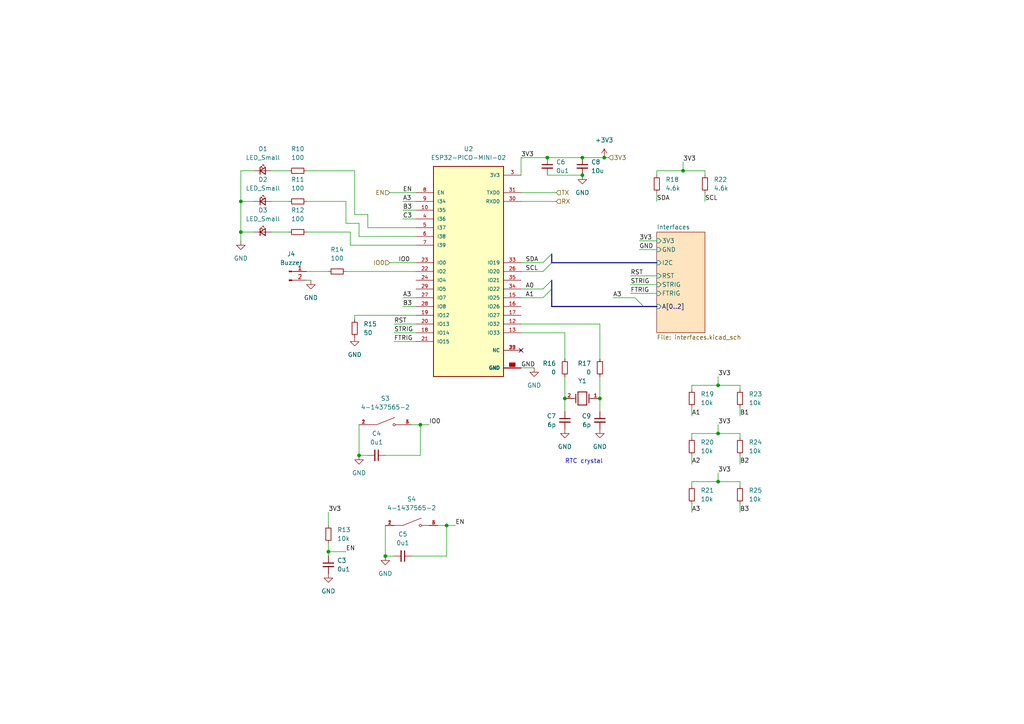
<source format=kicad_sch>
(kicad_sch (version 20211123) (generator eeschema)
  (paper "A4")
  (lib_symbols
    (symbol "4-1437565-2:4-1437565-2" (pin_names (offset 1.016))
      (property "Reference" "S" (at -2.54 2.54 0))
      (property "Value" "4-1437565-2" (at -2.54 -2.54 0))
      (symbol "4-1437565-2_0_0"
        (polyline (pts (xy -2.54 0) (xy -5.08 0)) (stroke (width 0.1524)))
        (polyline (pts (xy -2.54 0) (xy 2.794 2.1336)) (stroke (width 0.1524)))
        (polyline (pts (xy 5.08 0) (xy 2.921 0)) (stroke (width 0.1524)))
        (circle (center 2.54 0) (radius 0.3302) (stroke (width 0.1524)))
        (pin passive line (at -7.62 0 0) (length 2.54) (name "~") (number "1"))
        (pin passive line (at -7.62 0 0) (length 2.54) (name "~") (number "2"))
        (pin passive line (at 7.62 0 180) (length 2.54) (name "~") (number "3"))
        (pin passive line (at 7.62 0 180) (length 2.54) (name "~") (number "4"))
      )
    )
    (symbol "Connector:Conn_01x02_Male" (pin_names (offset 1.016) hide)
      (property "Reference" "J" (at 0 2.54 0))
      (property "Value" "Conn_01x02_Male" (at 0 -5.08 0))
      (symbol "Conn_01x02_Male_1_1"
        (polyline (pts (xy 1.27 -2.54) (xy 0.8636 -2.54)) (stroke (width 0.1524)))
        (polyline (pts (xy 1.27 0) (xy 0.8636 0)) (stroke (width 0.1524)))
        (rectangle (start 0.8636 -2.413) (end 0 -2.667) (stroke (width 0.1524)) (fill (type outline)))
        (rectangle (start 0.8636 0.127) (end 0 -0.127) (stroke (width 0.1524)) (fill (type outline)))
        (pin passive line (at 5.08 0 180) (length 3.81) (name "Pin_1") (number "1"))
        (pin passive line (at 5.08 -2.54 180) (length 3.81) (name "Pin_2") (number "2"))
      )
    )
    (symbol "Device:C_Small" (pin_numbers hide) (pin_names (offset 0.254) hide)
      (property "Reference" "C" (at 0.254 1.778 0))
      (property "Value" "C_Small" (at 0.254 -2.032 0))
      (symbol "C_Small_0_1"
        (polyline (pts (xy -1.524 -0.508) (xy 1.524 -0.508)) (stroke (width 0.3302)))
        (polyline (pts (xy -1.524 0.508) (xy 1.524 0.508)) (stroke (width 0.3048)))
      )
      (symbol "C_Small_1_1"
        (pin passive line (at 0 2.54 270) (length 2.032) (name "~") (number "1"))
        (pin passive line (at 0 -2.54 90) (length 2.032) (name "~") (number "2"))
      )
    )
    (symbol "Device:LED_Small" (pin_numbers hide) (pin_names (offset 0.254) hide)
      (property "Reference" "D" (at -1.27 3.175 0))
      (property "Value" "LED_Small" (at -4.445 -2.54 0))
      (symbol "LED_Small_0_1"
        (polyline (pts (xy -0.762 -1.016) (xy -0.762 1.016)) (stroke (width 0.254)))
        (polyline (pts (xy 1.016 0) (xy -0.762 0)))
        (polyline (pts (xy 0.762 -1.016) (xy -0.762 0) (xy 0.762 1.016) (xy 0.762 -1.016)) (stroke (width 0.254)))
        (polyline (pts (xy 0 0.762) (xy -0.508 1.27) (xy -0.254 1.27) (xy -0.508 1.27) (xy -0.508 1.016)))
        (polyline (pts (xy 0.508 1.27) (xy 0 1.778) (xy 0.254 1.778) (xy 0 1.778) (xy 0 1.524)))
      )
      (symbol "LED_Small_1_1"
        (pin passive line (at -2.54 0 0) (length 1.778) (name "K") (number "1"))
        (pin passive line (at 2.54 0 180) (length 1.778) (name "A") (number "2"))
      )
    )
    (symbol "Device:R_Small" (pin_numbers hide) (pin_names (offset 0.254) hide)
      (property "Reference" "R" (at 0.762 0.508 0))
      (property "Value" "R_Small" (at 0.762 -1.016 0))
      (symbol "R_Small_0_1"
        (rectangle (start -0.762 1.778) (end 0.762 -1.778) (stroke (width 0.2032)))
      )
      (symbol "R_Small_1_1"
        (pin passive line (at 0 2.54 270) (length 0.762) (name "~") (number "1"))
        (pin passive line (at 0 -2.54 90) (length 0.762) (name "~") (number "2"))
      )
    )
    (symbol "ESP32-PICO-MINI-02:ESP32-PICO-MINI-02" (pin_names (offset 1.016))
      (property "Reference" "U" (at -10.16 33.02 0))
      (property "Value" "ESP32-PICO-MINI-02" (at -10.16 -33.02 0))
      (symbol "ESP32-PICO-MINI-02_0_0"
        (rectangle (start -10.16 -30.48) (end 10.16 30.48) (stroke (width 0.254)) (fill (type background)))
        (pin power_in line (at 15.24 -27.94 180) (length 5.08) (name "GND") (number "1"))
        (pin input line (at -15.24 17.78 0) (length 5.08) (name "I35") (number "10"))
        (pin power_in line (at 15.24 -27.94 180) (length 5.08) (name "GND") (number "11"))
        (pin bidirectional line (at 15.24 -15.24 180) (length 5.08) (name "IO32") (number "12"))
        (pin bidirectional line (at 15.24 -17.78 180) (length 5.08) (name "IO33") (number "13"))
        (pin power_in line (at 15.24 -27.94 180) (length 5.08) (name "GND") (number "14"))
        (pin bidirectional line (at 15.24 -7.62 180) (length 5.08) (name "IO25") (number "15"))
        (pin bidirectional line (at 15.24 -10.16 180) (length 5.08) (name "IO26") (number "16"))
        (pin bidirectional line (at 15.24 -12.7 180) (length 5.08) (name "IO27") (number "17"))
        (pin bidirectional line (at -15.24 -17.78 0) (length 5.08) (name "IO14") (number "18"))
        (pin bidirectional line (at -15.24 -12.7 0) (length 5.08) (name "IO12") (number "19"))
        (pin power_in line (at 15.24 -27.94 180) (length 5.08) (name "GND") (number "2"))
        (pin bidirectional line (at -15.24 -15.24 0) (length 5.08) (name "IO13") (number "20"))
        (pin bidirectional line (at -15.24 -20.32 0) (length 5.08) (name "IO15") (number "21"))
        (pin bidirectional line (at -15.24 0 0) (length 5.08) (name "IO2") (number "22"))
        (pin bidirectional line (at -15.24 2.54 0) (length 5.08) (name "IO0") (number "23"))
        (pin bidirectional line (at -15.24 -2.54 0) (length 5.08) (name "IO4") (number "24"))
        (pin no_connect line (at 15.24 -22.86 180) (length 5.08) (name "NC") (number "25"))
        (pin bidirectional line (at 15.24 0 180) (length 5.08) (name "IO20") (number "26"))
        (pin bidirectional line (at -15.24 -7.62 0) (length 5.08) (name "IO7") (number "27"))
        (pin bidirectional line (at -15.24 -10.16 0) (length 5.08) (name "IO8") (number "28"))
        (pin bidirectional line (at -15.24 -5.08 0) (length 5.08) (name "IO5") (number "29"))
        (pin power_in line (at 15.24 27.94 180) (length 5.08) (name "3V3") (number "3"))
        (pin bidirectional line (at 15.24 20.32 180) (length 5.08) (name "RXD0") (number "30"))
        (pin bidirectional line (at 15.24 22.86 180) (length 5.08) (name "TXD0") (number "31"))
        (pin no_connect line (at 15.24 -22.86 180) (length 5.08) (name "NC") (number "32"))
        (pin bidirectional line (at 15.24 2.54 180) (length 5.08) (name "IO19") (number "33"))
        (pin bidirectional line (at 15.24 -5.08 180) (length 5.08) (name "IO22") (number "34"))
        (pin bidirectional line (at 15.24 -2.54 180) (length 5.08) (name "IO21") (number "35"))
        (pin power_in line (at 15.24 -27.94 180) (length 5.08) (name "GND") (number "36"))
        (pin power_in line (at 15.24 -27.94 180) (length 5.08) (name "GND") (number "37"))
        (pin power_in line (at 15.24 -27.94 180) (length 5.08) (name "GND") (number "38"))
        (pin power_in line (at 15.24 -27.94 180) (length 5.08) (name "GND") (number "39"))
        (pin input line (at -15.24 15.24 0) (length 5.08) (name "I36") (number "4"))
        (pin power_in line (at 15.24 -27.94 180) (length 5.08) (name "GND") (number "40"))
        (pin power_in line (at 15.24 -27.94 180) (length 5.08) (name "GND") (number "41"))
        (pin power_in line (at 15.24 -27.94 180) (length 5.08) (name "GND") (number "42"))
        (pin power_in line (at 15.24 -27.94 180) (length 5.08) (name "GND") (number "43"))
        (pin power_in line (at 15.24 -27.94 180) (length 5.08) (name "GND") (number "44"))
        (pin power_in line (at 15.24 -27.94 180) (length 5.08) (name "GND") (number "45"))
        (pin power_in line (at 15.24 -27.94 180) (length 5.08) (name "GND") (number "46"))
        (pin power_in line (at 15.24 -27.94 180) (length 5.08) (name "GND") (number "47"))
        (pin power_in line (at 15.24 -27.94 180) (length 5.08) (name "GND") (number "48"))
        (pin power_in line (at 15.24 -27.94 180) (length 5.08) (name "GND") (number "49"))
        (pin input line (at -15.24 12.7 0) (length 5.08) (name "I37") (number "5"))
        (pin power_in line (at 15.24 -27.94 180) (length 5.08) (name "GND") (number "50"))
        (pin power_in line (at 15.24 -27.94 180) (length 5.08) (name "GND") (number "51"))
        (pin power_in line (at 15.24 -27.94 180) (length 5.08) (name "GND") (number "52"))
        (pin power_in line (at 15.24 -27.94 180) (length 5.08) (name "GND") (number "53"))
        (pin power_in line (at 15.24 -27.94 180) (length 5.08) (name "GND") (number "54"))
        (pin power_in line (at 15.24 -27.94 180) (length 5.08) (name "GND") (number "55"))
        (pin power_in line (at 15.24 -27.94 180) (length 5.08) (name "GND") (number "56"))
        (pin power_in line (at 15.24 -27.94 180) (length 5.08) (name "GND") (number "57"))
        (pin power_in line (at 15.24 -27.94 180) (length 5.08) (name "GND") (number "58"))
        (pin power_in line (at 15.24 -27.94 180) (length 5.08) (name "GND") (number "59"))
        (pin input line (at -15.24 10.16 0) (length 5.08) (name "I38") (number "6"))
        (pin power_in line (at 15.24 -27.94 180) (length 5.08) (name "GND") (number "60"))
        (pin power_in line (at 15.24 -27.94 180) (length 5.08) (name "GND") (number "61"))
        (pin input line (at -15.24 7.62 0) (length 5.08) (name "I39") (number "7"))
        (pin input line (at -15.24 22.86 0) (length 5.08) (name "EN") (number "8"))
        (pin input line (at -15.24 20.32 0) (length 5.08) (name "I34") (number "9"))
      )
    )
    (symbol "NX3215SA-32.768K-STD-MUA-14:NX3215SA-32.768K-STD-MUA-14" (pin_names (offset 1.016))
      (property "Reference" "Y" (at -2.54 2.54 0))
      (property "Value" "NX3215SA-32.768K-STD-MUA-14" (at -2.54 -4.445 0))
      (symbol "NX3215SA-32.768K-STD-MUA-14_0_0"
        (polyline (pts (xy -2.54 0) (xy -1.905 0)) (stroke (width 0.1524)))
        (polyline (pts (xy -1.905 0) (xy -1.905 -1.27)) (stroke (width 0.254)))
        (polyline (pts (xy -1.905 1.27) (xy -1.905 0)) (stroke (width 0.254)))
        (polyline (pts (xy -1.27 -1.905) (xy -1.27 1.905)) (stroke (width 0.254)))
        (polyline (pts (xy -1.27 1.905) (xy 1.27 1.905)) (stroke (width 0.254)))
        (polyline (pts (xy 1.27 -1.905) (xy -1.27 -1.905)) (stroke (width 0.254)))
        (polyline (pts (xy 1.27 1.905) (xy 1.27 -1.905)) (stroke (width 0.254)))
        (polyline (pts (xy 1.905 0) (xy 1.905 -1.27)) (stroke (width 0.254)))
        (polyline (pts (xy 1.905 1.27) (xy 1.905 0)) (stroke (width 0.254)))
        (polyline (pts (xy 2.54 0) (xy 1.905 0)) (stroke (width 0.1524)))
        (pin passive line (at -5.08 0 0) (length 2.54) (name "~") (number "1"))
        (pin passive line (at 5.08 0 180) (length 2.54) (name "~") (number "2"))
      )
    )
    (symbol "power:+3V3" (power) (pin_names (offset 0))
      (property "Value" "+3V3" (at 0 3.556 0))
      (symbol "+3V3_0_1"
        (polyline (pts (xy -0.762 1.27) (xy 0 2.54)))
        (polyline (pts (xy 0 0) (xy 0 2.54)))
        (polyline (pts (xy 0 2.54) (xy 0.762 1.27)))
      )
      (symbol "+3V3_1_1"
        (pin power_in line (at 0 0 90) (length 0) hide (name "+3V3") (number "1"))
      )
    )
    (symbol "power:GND" (power) (pin_names (offset 0))
      (property "Value" "GND" (at 0 -3.81 0))
      (symbol "GND_0_1"
        (polyline (pts (xy 0 0) (xy 0 -1.27) (xy 1.27 -1.27) (xy 0 -2.54) (xy -1.27 -1.27) (xy 0 -1.27)))
      )
      (symbol "GND_1_1"
        (pin power_in line (at 0 0 270) (length 0) hide (name "GND") (number "1"))
      )
    )
  )
  (junction (at 104.14 132.08))
  (junction (at 95.25 160.02))
  (junction (at 208.28 125.73))
  (junction (at 168.91 50.8))
  (junction (at 121.92 123.19))
  (junction (at 173.99 115.57))
  (junction (at 208.28 111.76))
  (junction (at 168.91 45.72))
  (junction (at 208.28 139.7))
  (junction (at 163.83 115.57))
  (junction (at 158.75 45.72))
  (junction (at 198.12 49.53))
  (junction (at 175.26 45.72))
  (junction (at 129.54 152.4))
  (junction (at 69.85 67.31))
  (junction (at 111.76 161.29))
  (junction (at 69.85 58.42))
  (no_connect (at 151.13 101.6))
  (bus_entry (at 186.69 88.9) (size -2.54 -2.54))
  (bus_entry (at 157.48 86.36) (size 2.54 -2.54))
  (bus_entry (at 157.48 83.82) (size 2.54 -2.54))
  (bus_entry (at 157.48 78.74) (size 2.54 -2.54))
  (bus_entry (at 157.48 76.2) (size 2.54 -2.54))
  (wire (pts (xy 200.66 111.76) (xy 200.66 113.03)))
  (wire (pts (xy 190.5 49.53) (xy 190.5 50.8)))
  (wire (pts (xy 95.25 148.59) (xy 95.25 152.4)))
  (wire (pts (xy 95.25 160.02) (xy 100.33 160.02)))
  (wire (pts (xy 151.13 55.88) (xy 161.29 55.88)))
  (wire (pts (xy 200.66 125.73) (xy 200.66 127)))
  (wire (pts (xy 182.88 80.01) (xy 190.5 80.01)))
  (wire (pts (xy 208.28 125.73) (xy 214.63 125.73)))
  (wire (pts (xy 88.9 58.42) (xy 100.33 58.42)))
  (wire (pts (xy 208.28 139.7) (xy 208.28 137.16)))
  (wire (pts (xy 177.8 86.36) (xy 184.15 86.36)))
  (wire (pts (xy 176.53 45.72) (xy 175.26 45.72)))
  (wire (pts (xy 101.6 67.31) (xy 101.6 71.12)))
  (wire (pts (xy 151.13 58.42) (xy 161.29 58.42)))
  (bus (pts (xy 160.02 88.9) (xy 186.69 88.9)))
  (wire (pts (xy 190.5 49.53) (xy 198.12 49.53)))
  (wire (pts (xy 69.85 58.42) (xy 73.66 58.42)))
  (wire (pts (xy 163.83 109.22) (xy 163.83 115.57)))
  (wire (pts (xy 163.83 96.52) (xy 151.13 96.52)))
  (wire (pts (xy 200.66 139.7) (xy 208.28 139.7)))
  (wire (pts (xy 101.6 71.12) (xy 120.65 71.12)))
  (wire (pts (xy 163.83 104.14) (xy 163.83 96.52)))
  (wire (pts (xy 163.83 115.57) (xy 163.83 119.38)))
  (wire (pts (xy 200.66 132.08) (xy 200.66 134.62)))
  (wire (pts (xy 114.3 161.29) (xy 111.76 161.29)))
  (wire (pts (xy 214.63 139.7) (xy 214.63 140.97)))
  (wire (pts (xy 121.92 132.08) (xy 121.92 123.19)))
  (bus (pts (xy 160.02 81.28) (xy 160.02 83.82)))
  (wire (pts (xy 198.12 49.53) (xy 198.12 46.99)))
  (wire (pts (xy 185.42 72.39) (xy 190.5 72.39)))
  (wire (pts (xy 116.84 88.9) (xy 120.65 88.9)))
  (wire (pts (xy 88.9 81.28) (xy 90.17 81.28)))
  (wire (pts (xy 104.14 68.58) (xy 120.65 68.58)))
  (wire (pts (xy 121.92 123.19) (xy 124.46 123.19)))
  (wire (pts (xy 208.28 125.73) (xy 208.28 123.19)))
  (wire (pts (xy 208.28 111.76) (xy 214.63 111.76)))
  (wire (pts (xy 151.13 45.72) (xy 151.13 50.8)))
  (wire (pts (xy 208.28 111.76) (xy 208.28 109.22)))
  (wire (pts (xy 119.38 161.29) (xy 129.54 161.29)))
  (wire (pts (xy 158.75 45.72) (xy 151.13 45.72)))
  (wire (pts (xy 111.76 132.08) (xy 121.92 132.08)))
  (wire (pts (xy 95.25 157.48) (xy 95.25 160.02)))
  (wire (pts (xy 129.54 161.29) (xy 129.54 152.4)))
  (wire (pts (xy 106.68 62.23) (xy 106.68 66.04)))
  (wire (pts (xy 88.9 78.74) (xy 95.25 78.74)))
  (wire (pts (xy 158.75 50.8) (xy 168.91 50.8)))
  (wire (pts (xy 88.9 49.53) (xy 102.87 49.53)))
  (wire (pts (xy 173.99 109.22) (xy 173.99 115.57)))
  (wire (pts (xy 185.42 69.85) (xy 190.5 69.85)))
  (wire (pts (xy 214.63 118.11) (xy 214.63 120.65)))
  (wire (pts (xy 182.88 85.09) (xy 190.5 85.09)))
  (wire (pts (xy 127 152.4) (xy 129.54 152.4)))
  (wire (pts (xy 100.33 58.42) (xy 100.33 64.77)))
  (bus (pts (xy 160.02 73.66) (xy 160.02 76.2)))
  (wire (pts (xy 151.13 86.36) (xy 157.48 86.36)))
  (wire (pts (xy 168.91 45.72) (xy 158.75 45.72)))
  (wire (pts (xy 88.9 67.31) (xy 101.6 67.31)))
  (wire (pts (xy 69.85 67.31) (xy 69.85 58.42)))
  (wire (pts (xy 78.74 49.53) (xy 83.82 49.53)))
  (wire (pts (xy 200.66 146.05) (xy 200.66 148.59)))
  (bus (pts (xy 160.02 76.2) (xy 190.5 76.2)))
  (wire (pts (xy 204.47 55.88) (xy 204.47 58.42)))
  (wire (pts (xy 104.14 64.77) (xy 104.14 68.58)))
  (wire (pts (xy 102.87 49.53) (xy 102.87 62.23)))
  (wire (pts (xy 116.84 86.36) (xy 120.65 86.36)))
  (wire (pts (xy 100.33 78.74) (xy 120.65 78.74)))
  (wire (pts (xy 151.13 76.2) (xy 157.48 76.2)))
  (wire (pts (xy 175.26 45.72) (xy 168.91 45.72)))
  (wire (pts (xy 200.66 125.73) (xy 208.28 125.73)))
  (wire (pts (xy 95.25 160.02) (xy 95.25 161.29)))
  (wire (pts (xy 198.12 49.53) (xy 204.47 49.53)))
  (wire (pts (xy 100.33 64.77) (xy 104.14 64.77)))
  (wire (pts (xy 111.76 161.29) (xy 111.76 152.4)))
  (wire (pts (xy 78.74 58.42) (xy 83.82 58.42)))
  (wire (pts (xy 69.85 58.42) (xy 69.85 49.53)))
  (wire (pts (xy 104.14 132.08) (xy 104.14 123.19)))
  (wire (pts (xy 129.54 152.4) (xy 132.08 152.4)))
  (wire (pts (xy 204.47 49.53) (xy 204.47 50.8)))
  (bus (pts (xy 160.02 83.82) (xy 160.02 88.9)))
  (wire (pts (xy 116.84 63.5) (xy 120.65 63.5)))
  (wire (pts (xy 102.87 91.44) (xy 120.65 91.44)))
  (wire (pts (xy 102.87 92.71) (xy 102.87 91.44)))
  (wire (pts (xy 200.66 139.7) (xy 200.66 140.97)))
  (wire (pts (xy 113.03 55.88) (xy 120.65 55.88)))
  (wire (pts (xy 208.28 139.7) (xy 214.63 139.7)))
  (wire (pts (xy 173.99 115.57) (xy 173.99 119.38)))
  (wire (pts (xy 113.03 76.2) (xy 120.65 76.2)))
  (wire (pts (xy 102.87 62.23) (xy 106.68 62.23)))
  (bus (pts (xy 186.69 88.9) (xy 190.5 88.9)))
  (wire (pts (xy 114.3 93.98) (xy 120.65 93.98)))
  (wire (pts (xy 106.68 132.08) (xy 104.14 132.08)))
  (wire (pts (xy 69.85 49.53) (xy 73.66 49.53)))
  (wire (pts (xy 69.85 69.85) (xy 69.85 67.31)))
  (wire (pts (xy 214.63 146.05) (xy 214.63 148.59)))
  (wire (pts (xy 116.84 60.96) (xy 120.65 60.96)))
  (wire (pts (xy 214.63 132.08) (xy 214.63 134.62)))
  (wire (pts (xy 116.84 58.42) (xy 120.65 58.42)))
  (wire (pts (xy 119.38 123.19) (xy 121.92 123.19)))
  (wire (pts (xy 151.13 106.68) (xy 154.94 106.68)))
  (wire (pts (xy 200.66 111.76) (xy 208.28 111.76)))
  (wire (pts (xy 151.13 78.74) (xy 157.48 78.74)))
  (wire (pts (xy 200.66 118.11) (xy 200.66 120.65)))
  (wire (pts (xy 114.3 96.52) (xy 120.65 96.52)))
  (wire (pts (xy 114.3 99.06) (xy 120.65 99.06)))
  (wire (pts (xy 214.63 111.76) (xy 214.63 113.03)))
  (wire (pts (xy 182.88 82.55) (xy 190.5 82.55)))
  (wire (pts (xy 69.85 67.31) (xy 73.66 67.31)))
  (wire (pts (xy 78.74 67.31) (xy 83.82 67.31)))
  (wire (pts (xy 106.68 66.04) (xy 120.65 66.04)))
  (wire (pts (xy 173.99 93.98) (xy 151.13 93.98)))
  (wire (pts (xy 173.99 104.14) (xy 173.99 93.98)))
  (wire (pts (xy 214.63 125.73) (xy 214.63 127)))
  (wire (pts (xy 151.13 83.82) (xy 157.48 83.82)))
  (wire (pts (xy 190.5 55.88) (xy 190.5 58.42)))
  (text "RTC crystal" (at 163.83 134.62 0) (effects (font (size 1.27 1.27)) (justify left bottom)))
  (label "B3" (at 214.63 148.59 0))
  (label "B3" (at 116.84 88.9 0))
  (label "IO0" (at 124.46 123.19 0))
  (label "3V3" (at 208.28 123.19 0))
  (label "A0" (at 152.4 83.82 0))
  (label "STRIG" (at 114.3 96.52 0))
  (label "IO0" (at 115.57 76.2 0))
  (label "3V3" (at 95.25 148.59 0))
  (label "SCL" (at 204.47 58.42 0))
  (label "3V3" (at 208.28 137.16 0))
  (label "EN" (at 132.08 152.4 0))
  (label "B2" (at 214.63 134.62 0))
  (label "EN" (at 116.84 55.88 0))
  (label "3V3" (at 208.28 109.22 0))
  (label "RST" (at 114.3 93.98 0))
  (label "SDA" (at 152.4 76.2 0))
  (label "A1" (at 200.66 120.65 0))
  (label "A3" (at 200.66 148.59 0))
  (label "SDA" (at 190.5 58.42 0))
  (label "FTRIG" (at 114.3 99.06 0))
  (label "3V3" (at 185.42 69.85 0))
  (label "C3" (at 116.84 63.5 0))
  (label "RST" (at 182.88 80.01 0))
  (label "A3" (at 116.84 86.36 0))
  (label "A3" (at 177.8 86.36 0))
  (label "STRIG" (at 182.88 82.55 0))
  (label "A1" (at 152.4 86.36 0))
  (label "GND" (at 185.42 72.39 0))
  (label "SCL" (at 152.4 78.74 0))
  (label "FTRIG" (at 182.88 85.09 0))
  (label "B1" (at 214.63 120.65 0))
  (label "3V3" (at 151.13 45.72 0))
  (label "3V3" (at 198.12 46.99 0))
  (label "A3" (at 116.84 58.42 0))
  (label "B3" (at 116.84 60.96 0))
  (label "A2" (at 200.66 134.62 0))
  (label "GND" (at 151.13 106.68 0))
  (label "EN" (at 100.33 160.02 0))
  (hierarchical_label "EN" (shape input) (at 113.03 55.88 180))
  (hierarchical_label "IO0" (shape input) (at 113.03 76.2 180))
  (hierarchical_label "TX" (shape input) (at 161.29 55.88 0))
  (hierarchical_label "3V3" (shape input) (at 176.53 45.72 0))
  (hierarchical_label "RX" (shape input) (at 161.29 58.42 0))
  (symbol (lib_id "Device:C_Small") (at 116.84 161.29 270) (unit 1)
    (property "Reference" "C5" (at 116.8336 154.94 90))
    (property "Value" "0u1" (at 116.8336 157.48 90))
    (property "Footprint" "Capacitor_SMD:C_0603_1608Metric_Pad1.08x0.95mm_HandSolder" (effects hide))
  )
  (symbol (lib_id "power:+3V3") (at 175.26 45.72 0) (unit 1)
    (property "Reference" "#PWR0126" (effects hide))
    (property "Value" "+3V3" (at 175.26 40.64 0))
  )
  (symbol (lib_id "Device:R_Small") (at 200.66 143.51 0) (unit 1)
    (property "Reference" "R21" (at 203.2 142.2399 0) (effects (justify left)))
    (property "Value" "10k" (at 203.2 144.7799 0) (effects (justify left)))
    (property "Footprint" "Resistor_SMD:R_0603_1608Metric_Pad0.98x0.95mm_HandSolder" (effects hide))
  )
  (symbol (lib_id "Device:C_Small") (at 163.83 121.92 0) (mirror y) (unit 1)
    (property "Reference" "C7" (at 161.29 120.6562 0) (effects (justify left)))
    (property "Value" "6p" (at 161.29 123.1962 0) (effects (justify left)))
    (property "Footprint" "Capacitor_SMD:C_0603_1608Metric_Pad1.08x0.95mm_HandSolder" (effects hide))
  )
  (symbol (lib_id "power:GND") (at 90.17 81.28 0) (unit 1)
    (property "Reference" "#PWR0111" (effects hide))
    (property "Value" "GND" (at 90.17 86.36 0))
  )
  (symbol (lib_id "Device:R_Small") (at 204.47 53.34 0) (unit 1)
    (property "Reference" "R22" (at 207.01 52.0699 0) (effects (justify left)))
    (property "Value" "4.6k" (at 207.01 54.6099 0) (effects (justify left)))
    (property "Footprint" "Resistor_SMD:R_0603_1608Metric_Pad0.98x0.95mm_HandSolder" (effects hide))
  )
  (symbol (lib_id "Device:C_Small") (at 158.75 48.26 0) (unit 1)
    (property "Reference" "C6" (at 161.29 46.9962 0) (effects (justify left)))
    (property "Value" "0u1" (at 161.29 49.5362 0) (effects (justify left)))
    (property "Footprint" "Capacitor_SMD:C_0603_1608Metric_Pad1.08x0.95mm_HandSolder" (effects hide))
  )
  (symbol (lib_id "Device:R_Small") (at 214.63 143.51 0) (unit 1)
    (property "Reference" "R25" (at 217.17 142.2399 0) (effects (justify left)))
    (property "Value" "10k" (at 217.17 144.7799 0) (effects (justify left)))
    (property "Footprint" "Resistor_SMD:R_0603_1608Metric_Pad0.98x0.95mm_HandSolder" (effects hide))
  )
  (symbol (lib_id "Device:LED_Small") (at 76.2 58.42 0) (unit 1)
    (property "Reference" "D2" (at 76.2635 52.07 0))
    (property "Value" "LED_Small" (at 76.2635 54.61 0))
    (property "Footprint" "LED_SMD:LED_0603_1608Metric_Pad1.05x0.95mm_HandSolder" (effects hide))
  )
  (symbol (lib_id "power:GND") (at 173.99 124.46 0) (mirror y) (unit 1)
    (property "Reference" "#PWR0115" (effects hide))
    (property "Value" "GND" (at 173.99 129.54 0))
  )
  (symbol (lib_id "Device:C_Small") (at 173.99 121.92 0) (mirror y) (unit 1)
    (property "Reference" "C9" (at 171.45 120.6562 0) (effects (justify left)))
    (property "Value" "6p" (at 171.45 123.1962 0) (effects (justify left)))
    (property "Footprint" "Capacitor_SMD:C_0603_1608Metric_Pad1.08x0.95mm_HandSolder" (effects hide))
  )
  (symbol (lib_id "power:GND") (at 111.76 161.29 0) (unit 1)
    (property "Reference" "#PWR0108" (effects hide))
    (property "Value" "GND" (at 111.76 166.37 0))
  )
  (symbol (lib_id "Device:LED_Small") (at 76.2 67.31 0) (unit 1)
    (property "Reference" "D3" (at 76.2635 60.96 0))
    (property "Value" "LED_Small" (at 76.2635 63.5 0))
    (property "Footprint" "LED_SMD:LED_0603_1608Metric_Pad1.05x0.95mm_HandSolder" (effects hide))
  )
  (symbol (lib_id "Device:R_Small") (at 102.87 95.25 0) (unit 1)
    (property "Reference" "R15" (at 105.41 93.9799 0) (effects (justify left)))
    (property "Value" "50" (at 105.41 96.5199 0) (effects (justify left)))
    (property "Footprint" "Resistor_SMD:R_0603_1608Metric_Pad0.98x0.95mm_HandSolder" (effects hide))
  )
  (symbol (lib_id "Device:R_Small") (at 97.79 78.74 90) (unit 1)
    (property "Reference" "R14" (at 97.79 72.39 90))
    (property "Value" "100" (at 97.79 74.93 90))
    (property "Footprint" "Resistor_SMD:R_0603_1608Metric_Pad0.98x0.95mm_HandSolder" (effects hide))
  )
  (symbol (lib_id "Device:R_Small") (at 200.66 115.57 0) (unit 1)
    (property "Reference" "R19" (at 203.2 114.2999 0) (effects (justify left)))
    (property "Value" "10k" (at 203.2 116.8399 0) (effects (justify left)))
    (property "Footprint" "Resistor_SMD:R_0603_1608Metric_Pad0.98x0.95mm_HandSolder" (effects hide))
  )
  (symbol (lib_id "4-1437565-2:4-1437565-2") (at 111.76 123.19 0) (unit 1)
    (property "Reference" "S3" (at 111.76 115.57 0))
    (property "Value" "4-1437565-2" (at 111.76 118.11 0))
    (property "Footprint" "footprint:SW_4-1437565-2" (effects hide))
    (property "EU_RoHS_Compliance" "Compliant" (effects hide))
    (property "Comment" "4-1437565-2" (effects hide))
  )
  (symbol (lib_id "power:GND") (at 95.25 166.37 0) (unit 1)
    (property "Reference" "#PWR0109" (effects hide))
    (property "Value" "GND" (at 95.25 171.45 0))
  )
  (symbol (lib_id "ESP32-PICO-MINI-02:ESP32-PICO-MINI-02") (at 135.89 78.74 0) (unit 1)
    (property "Reference" "U2" (at 135.89 43.18 0))
    (property "Value" "ESP32-PICO-MINI-02" (at 135.89 45.72 0))
    (property "Footprint" "footprint:MODULE_ESP32-PICO-MINI-02" (effects hide))
    (property "MAXIMUM_PACKAGE_HEIGHT" "2.55mm" (effects hide))
    (property "MANUFACTURER" "Espressif" (effects hide))
    (property "PARTREV" "v1.0" (effects hide))
    (property "STANDARD" "Manufacturer Recommendations" (effects hide))
  )
  (symbol (lib_id "Device:C_Small") (at 95.25 163.83 0) (unit 1)
    (property "Reference" "C3" (at 97.79 162.5662 0) (effects (justify left)))
    (property "Value" "0u1" (at 97.79 165.1062 0) (effects (justify left)))
    (property "Footprint" "Capacitor_SMD:C_0603_1608Metric_Pad1.08x0.95mm_HandSolder" (effects hide))
  )
  (symbol (lib_id "power:GND") (at 69.85 69.85 0) (unit 1)
    (property "Reference" "#PWR0112" (effects hide))
    (property "Value" "GND" (at 69.85 74.93 0))
  )
  (symbol (lib_id "Device:LED_Small") (at 76.2 49.53 0) (unit 1)
    (property "Reference" "D1" (at 76.2635 43.18 0))
    (property "Value" "LED_Small" (at 76.2635 45.72 0))
    (property "Footprint" "LED_SMD:LED_0603_1608Metric_Pad1.05x0.95mm_HandSolder" (effects hide))
  )
  (symbol (lib_id "power:GND") (at 163.83 124.46 0) (mirror y) (unit 1)
    (property "Reference" "#PWR0116" (effects hide))
    (property "Value" "GND" (at 163.83 129.54 0))
  )
  (symbol (lib_id "Device:R_Small") (at 86.36 67.31 90) (unit 1)
    (property "Reference" "R12" (at 86.36 60.96 90))
    (property "Value" "100" (at 86.36 63.5 90))
    (property "Footprint" "Resistor_SMD:R_0603_1608Metric_Pad0.98x0.95mm_HandSolder" (effects hide))
  )
  (symbol (lib_id "Device:R_Small") (at 86.36 58.42 90) (unit 1)
    (property "Reference" "R11" (at 86.36 52.07 90))
    (property "Value" "100" (at 86.36 54.61 90))
    (property "Footprint" "Resistor_SMD:R_0603_1608Metric_Pad0.98x0.95mm_HandSolder" (effects hide))
  )
  (symbol (lib_id "Device:C_Small") (at 109.22 132.08 270) (unit 1)
    (property "Reference" "C4" (at 109.2136 125.73 90))
    (property "Value" "0u1" (at 109.2136 128.27 90))
    (property "Footprint" "Capacitor_SMD:C_0603_1608Metric_Pad1.08x0.95mm_HandSolder" (effects hide))
  )
  (symbol (lib_id "Device:R_Small") (at 214.63 115.57 0) (unit 1)
    (property "Reference" "R23" (at 217.17 114.2999 0) (effects (justify left)))
    (property "Value" "10k" (at 217.17 116.8399 0) (effects (justify left)))
    (property "Footprint" "Resistor_SMD:R_0603_1608Metric_Pad0.98x0.95mm_HandSolder" (effects hide))
  )
  (symbol (lib_id "Device:C_Small") (at 168.91 48.26 0) (unit 1)
    (property "Reference" "C8" (at 171.45 46.9962 0) (effects (justify left)))
    (property "Value" "10u" (at 171.45 49.5362 0) (effects (justify left)))
    (property "Footprint" "Capacitor_SMD:C_0805_2012Metric_Pad1.18x1.45mm_HandSolder" (effects hide))
  )
  (symbol (lib_id "NX3215SA-32.768K-STD-MUA-14:NX3215SA-32.768K-STD-MUA-14") (at 168.91 115.57 0) (mirror y) (unit 1)
    (property "Reference" "Y1" (at 168.91 110.49 0))
    (property "Value" "NX3215SA-32.768K-STD-MUA-14" (effects hide))
    (property "Footprint" "footprint:XTAL_NX3215SA-32.768K-STD-MUA-14" (effects hide))
    (property "STANDARD" "Manufacturer recommendations" (effects hide))
    (property "DESCRIPTION" "32.768kHz ±20ppm Crystal 6pF 70 kOhms 2-SMD, No Lead" (effects hide))
    (property "MP" "NX3215SA-32.768K-STD-MUA-14" (effects hide))
    (property "MANUFACTURER" "NIHON DEMPA KOGYO" (effects hide))
    (property "PARTREV" "--" (effects hide))
  )
  (symbol (lib_id "power:GND") (at 104.14 132.08 0) (unit 1)
    (property "Reference" "#PWR0107" (effects hide))
    (property "Value" "GND" (at 104.14 137.16 0))
  )
  (symbol (lib_id "Device:R_Small") (at 95.25 154.94 0) (unit 1)
    (property "Reference" "R13" (at 97.79 153.6699 0) (effects (justify left)))
    (property "Value" "10k" (at 97.79 156.2099 0) (effects (justify left)))
    (property "Footprint" "Resistor_SMD:R_0603_1608Metric_Pad0.98x0.95mm_HandSolder" (effects hide))
  )
  (symbol (lib_id "Device:R_Small") (at 173.99 106.68 0) (mirror y) (unit 1)
    (property "Reference" "R17" (at 171.45 105.4099 0) (effects (justify left)))
    (property "Value" "0" (at 171.45 107.9499 0) (effects (justify left)))
    (property "Footprint" "Resistor_SMD:R_0603_1608Metric_Pad0.98x0.95mm_HandSolder" (effects hide))
  )
  (symbol (lib_id "Connector:Conn_01x02_Male") (at 83.82 78.74 0) (unit 1)
    (property "Reference" "J4" (at 84.455 73.66 0))
    (property "Value" "Buzzer" (at 84.455 76.2 0))
    (property "Footprint" "Connector_PinSocket_2.54mm:PinSocket_1x02_P2.54mm_Vertical" (effects hide))
  )
  (symbol (lib_id "Device:R_Small") (at 200.66 129.54 0) (unit 1)
    (property "Reference" "R20" (at 203.2 128.2699 0) (effects (justify left)))
    (property "Value" "10k" (at 203.2 130.8099 0) (effects (justify left)))
    (property "Footprint" "Resistor_SMD:R_0603_1608Metric_Pad0.98x0.95mm_HandSolder" (effects hide))
  )
  (symbol (lib_id "Device:R_Small") (at 86.36 49.53 90) (unit 1)
    (property "Reference" "R10" (at 86.36 43.18 90))
    (property "Value" "100" (at 86.36 45.72 90))
    (property "Footprint" "Resistor_SMD:R_0603_1608Metric_Pad0.98x0.95mm_HandSolder" (effects hide))
  )
  (symbol (lib_id "Device:R_Small") (at 214.63 129.54 0) (unit 1)
    (property "Reference" "R24" (at 217.17 128.2699 0) (effects (justify left)))
    (property "Value" "10k" (at 217.17 130.8099 0) (effects (justify left)))
    (property "Footprint" "Resistor_SMD:R_0603_1608Metric_Pad0.98x0.95mm_HandSolder" (effects hide))
  )
  (symbol (lib_id "power:GND") (at 168.91 50.8 0) (unit 1)
    (property "Reference" "#PWR0113" (effects hide))
    (property "Value" "GND" (at 168.91 55.88 0))
  )
  (symbol (lib_id "power:GND") (at 102.87 97.79 0) (unit 1)
    (property "Reference" "#PWR0110" (effects hide))
    (property "Value" "GND" (at 102.87 102.87 0))
  )
  (symbol (lib_id "power:GND") (at 154.94 106.68 0) (unit 1)
    (property "Reference" "#PWR0114" (effects hide))
    (property "Value" "GND" (at 154.94 111.76 0))
  )
  (symbol (lib_id "Device:R_Small") (at 190.5 53.34 0) (unit 1)
    (property "Reference" "R18" (at 193.04 52.0699 0) (effects (justify left)))
    (property "Value" "4.6k" (at 193.04 54.6099 0) (effects (justify left)))
  )
  (symbol (lib_id "Device:R_Small") (at 163.83 106.68 0) (mirror y) (unit 1)
    (property "Reference" "R16" (at 161.29 105.4099 0) (effects (justify left)))
    (property "Value" "0" (at 161.29 107.9499 0) (effects (justify left)))
    (property "Footprint" "Resistor_SMD:R_0603_1608Metric_Pad0.98x0.95mm_HandSolder" (effects hide))
  )
  (symbol (lib_id "4-1437565-2:4-1437565-2") (at 119.38 152.4 0) (unit 1)
    (property "Reference" "S4" (at 119.38 144.78 0))
    (property "Value" "4-1437565-2" (at 119.38 147.32 0))
    (property "Footprint" "footprint:SW_4-1437565-2" (effects hide))
    (property "EU_RoHS_Compliance" "Compliant" (effects hide))
    (property "Comment" "4-1437565-2" (effects hide))
  )
  (sheet (at 190.5 67.31) (size 13.97 29.21) (stroke (width 0.1524)) (fill (color 255 229 191 1.0000))
    (property "Sheet name" "Interfaces" (at 190.5 66.5984 0) (effects (justify left bottom)))
    (property "Sheet file" "interfaces.kicad_sch" (at 190.5 97.1046 0) (effects (justify left top)))
    (pin "STRIG" input (at 190.5 82.55 180))
    (pin "FTRIG" input (at 190.5 85.09 180))
    (pin "A[0..2]" input (at 190.5 88.9 180))
    (pin "I2C" input (at 190.5 76.2 180))
    (pin "3V3" input (at 190.5 69.85 180))
    (pin "GND" input (at 190.5 72.39 180))
    (pin "RST" input (at 190.5 80.01 180))
  )
)
</source>
